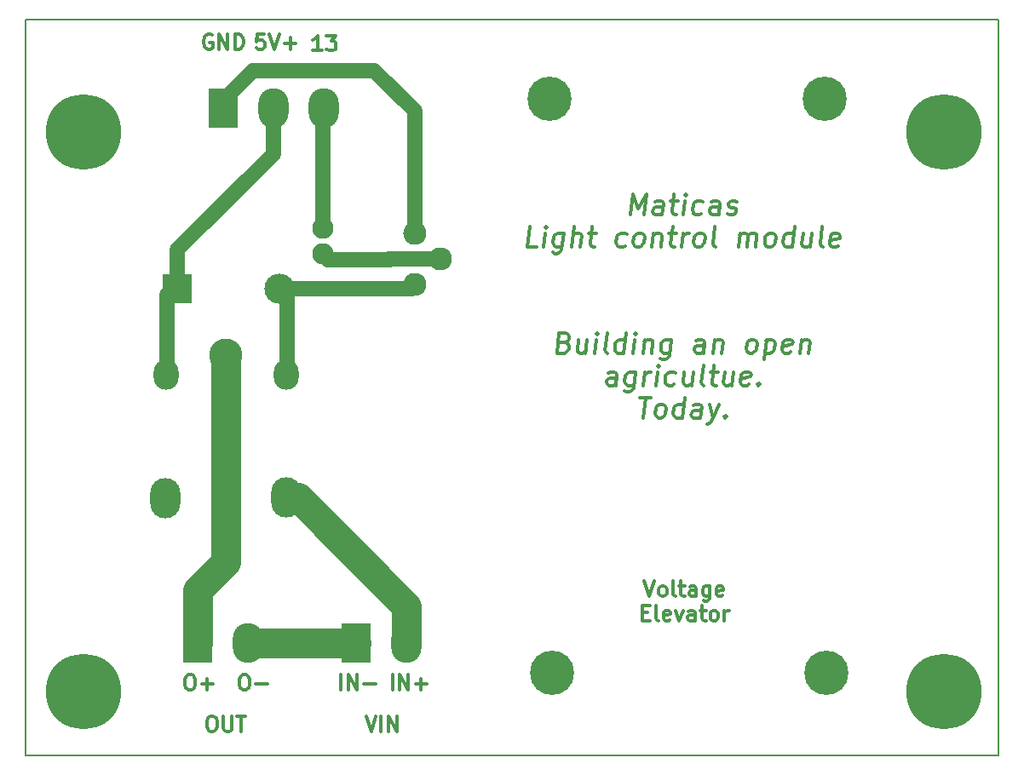
<source format=gbr>
%TF.GenerationSoftware,KiCad,Pcbnew,6.0.11+dfsg-1*%
%TF.CreationDate,2023-05-10T20:08:43-05:00*%
%TF.ProjectId,lights_control_v2,6c696768-7473-45f6-936f-6e74726f6c5f,rev?*%
%TF.SameCoordinates,Original*%
%TF.FileFunction,Copper,L1,Top*%
%TF.FilePolarity,Positive*%
%FSLAX46Y46*%
G04 Gerber Fmt 4.6, Leading zero omitted, Abs format (unit mm)*
G04 Created by KiCad (PCBNEW 6.0.11+dfsg-1) date 2023-05-10 20:08:43*
%MOMM*%
%LPD*%
G01*
G04 APERTURE LIST*
%ADD10C,0.300000*%
%TA.AperFunction,NonConductor*%
%ADD11C,0.300000*%
%TD*%
%TA.AperFunction,NonConductor*%
%ADD12C,0.200000*%
%TD*%
%TA.AperFunction,ComponentPad*%
%ADD13C,2.125000*%
%TD*%
%TA.AperFunction,ComponentPad*%
%ADD14O,2.125000X2.125000*%
%TD*%
%TA.AperFunction,ComponentPad*%
%ADD15O,2.300000X2.300000*%
%TD*%
%TA.AperFunction,ComponentPad*%
%ADD16O,3.000000X3.000000*%
%TD*%
%TA.AperFunction,ComponentPad*%
%ADD17R,3.000000X3.000000*%
%TD*%
%TA.AperFunction,ComponentPad*%
%ADD18R,3.000000X3.960000*%
%TD*%
%TA.AperFunction,ComponentPad*%
%ADD19O,3.000000X3.960000*%
%TD*%
%TA.AperFunction,ComponentPad*%
%ADD20C,7.500000*%
%TD*%
%TA.AperFunction,ComponentPad*%
%ADD21C,4.400000*%
%TD*%
%TA.AperFunction,ComponentPad*%
%ADD22C,3.300000*%
%TD*%
%TA.AperFunction,ComponentPad*%
%ADD23O,2.500000X3.000000*%
%TD*%
%TA.AperFunction,ComponentPad*%
%ADD24O,3.000000X4.000000*%
%TD*%
%TA.AperFunction,Conductor*%
%ADD25C,3.000000*%
%TD*%
%TA.AperFunction,Conductor*%
%ADD26C,1.500000*%
%TD*%
G04 APERTURE END LIST*
D10*
D11*
X123985714Y-114378571D02*
X123985714Y-112878571D01*
X124700000Y-114378571D02*
X124700000Y-112878571D01*
X125557142Y-114378571D01*
X125557142Y-112878571D01*
X126271428Y-113807142D02*
X127414285Y-113807142D01*
D10*
D11*
X114228571Y-112878571D02*
X114514285Y-112878571D01*
X114657142Y-112950000D01*
X114800000Y-113092857D01*
X114871428Y-113378571D01*
X114871428Y-113878571D01*
X114800000Y-114164285D01*
X114657142Y-114307142D01*
X114514285Y-114378571D01*
X114228571Y-114378571D01*
X114085714Y-114307142D01*
X113942857Y-114164285D01*
X113871428Y-113878571D01*
X113871428Y-113378571D01*
X113942857Y-113092857D01*
X114085714Y-112950000D01*
X114228571Y-112878571D01*
X115514285Y-113807142D02*
X116657142Y-113807142D01*
D10*
D11*
X108828571Y-112878571D02*
X109114285Y-112878571D01*
X109257142Y-112950000D01*
X109400000Y-113092857D01*
X109471428Y-113378571D01*
X109471428Y-113878571D01*
X109400000Y-114164285D01*
X109257142Y-114307142D01*
X109114285Y-114378571D01*
X108828571Y-114378571D01*
X108685714Y-114307142D01*
X108542857Y-114164285D01*
X108471428Y-113878571D01*
X108471428Y-113378571D01*
X108542857Y-113092857D01*
X108685714Y-112950000D01*
X108828571Y-112878571D01*
X110114285Y-113807142D02*
X111257142Y-113807142D01*
X110685714Y-114378571D02*
X110685714Y-113235714D01*
D10*
D11*
X129085714Y-114378571D02*
X129085714Y-112878571D01*
X129800000Y-114378571D02*
X129800000Y-112878571D01*
X130657142Y-114378571D01*
X130657142Y-112878571D01*
X131371428Y-113807142D02*
X132514285Y-113807142D01*
X131942857Y-114378571D02*
X131942857Y-113235714D01*
D12*
X189300000Y-120900000D02*
X92600000Y-120900000D01*
X92600000Y-120900000D02*
X92600000Y-47700000D01*
X92600000Y-47700000D02*
X189300000Y-47700000D01*
X189300000Y-47700000D02*
X189300000Y-120900000D01*
D10*
D11*
X126457142Y-116978571D02*
X126957142Y-118478571D01*
X127457142Y-116978571D01*
X127957142Y-118478571D02*
X127957142Y-116978571D01*
X128671428Y-118478571D02*
X128671428Y-116978571D01*
X129528571Y-118478571D01*
X129528571Y-116978571D01*
D10*
D11*
X111000000Y-116978571D02*
X111285714Y-116978571D01*
X111428571Y-117050000D01*
X111571428Y-117192857D01*
X111642857Y-117478571D01*
X111642857Y-117978571D01*
X111571428Y-118264285D01*
X111428571Y-118407142D01*
X111285714Y-118478571D01*
X111000000Y-118478571D01*
X110857142Y-118407142D01*
X110714285Y-118264285D01*
X110642857Y-117978571D01*
X110642857Y-117478571D01*
X110714285Y-117192857D01*
X110857142Y-117050000D01*
X111000000Y-116978571D01*
X112285714Y-116978571D02*
X112285714Y-118192857D01*
X112357142Y-118335714D01*
X112428571Y-118407142D01*
X112571428Y-118478571D01*
X112857142Y-118478571D01*
X113000000Y-118407142D01*
X113071428Y-118335714D01*
X113142857Y-118192857D01*
X113142857Y-116978571D01*
X113642857Y-116978571D02*
X114500000Y-116978571D01*
X114071428Y-118478571D02*
X114071428Y-116978571D01*
D10*
D11*
X122044285Y-50808571D02*
X121187142Y-50808571D01*
X121615714Y-50808571D02*
X121615714Y-49308571D01*
X121472857Y-49522857D01*
X121330000Y-49665714D01*
X121187142Y-49737142D01*
X122544285Y-49308571D02*
X123472857Y-49308571D01*
X122972857Y-49880000D01*
X123187142Y-49880000D01*
X123330000Y-49951428D01*
X123401428Y-50022857D01*
X123472857Y-50165714D01*
X123472857Y-50522857D01*
X123401428Y-50665714D01*
X123330000Y-50737142D01*
X123187142Y-50808571D01*
X122758571Y-50808571D01*
X122615714Y-50737142D01*
X122544285Y-50665714D01*
D10*
D11*
X146204464Y-79837142D02*
X146478273Y-79932380D01*
X146561607Y-80027619D01*
X146633035Y-80218095D01*
X146597321Y-80503809D01*
X146478273Y-80694285D01*
X146371130Y-80789523D01*
X146168750Y-80884761D01*
X145406845Y-80884761D01*
X145656845Y-78884761D01*
X146323511Y-78884761D01*
X146502083Y-78980000D01*
X146585416Y-79075238D01*
X146656845Y-79265714D01*
X146633035Y-79456190D01*
X146513988Y-79646666D01*
X146406845Y-79741904D01*
X146204464Y-79837142D01*
X145537797Y-79837142D01*
X148430654Y-79551428D02*
X148263988Y-80884761D01*
X147573511Y-79551428D02*
X147442559Y-80599047D01*
X147513988Y-80789523D01*
X147692559Y-80884761D01*
X147978273Y-80884761D01*
X148180654Y-80789523D01*
X148287797Y-80694285D01*
X149216369Y-80884761D02*
X149383035Y-79551428D01*
X149466369Y-78884761D02*
X149359226Y-78980000D01*
X149442559Y-79075238D01*
X149549702Y-78980000D01*
X149466369Y-78884761D01*
X149442559Y-79075238D01*
X150454464Y-80884761D02*
X150275892Y-80789523D01*
X150204464Y-80599047D01*
X150418750Y-78884761D01*
X152073511Y-80884761D02*
X152323511Y-78884761D01*
X152085416Y-80789523D02*
X151883035Y-80884761D01*
X151502083Y-80884761D01*
X151323511Y-80789523D01*
X151240178Y-80694285D01*
X151168750Y-80503809D01*
X151240178Y-79932380D01*
X151359226Y-79741904D01*
X151466369Y-79646666D01*
X151668750Y-79551428D01*
X152049702Y-79551428D01*
X152228273Y-79646666D01*
X153025892Y-80884761D02*
X153192559Y-79551428D01*
X153275892Y-78884761D02*
X153168750Y-78980000D01*
X153252083Y-79075238D01*
X153359226Y-78980000D01*
X153275892Y-78884761D01*
X153252083Y-79075238D01*
X154144940Y-79551428D02*
X153978273Y-80884761D01*
X154121130Y-79741904D02*
X154228273Y-79646666D01*
X154430654Y-79551428D01*
X154716369Y-79551428D01*
X154894940Y-79646666D01*
X154966369Y-79837142D01*
X154835416Y-80884761D01*
X156811607Y-79551428D02*
X156609226Y-81170476D01*
X156490178Y-81360952D01*
X156383035Y-81456190D01*
X156180654Y-81551428D01*
X155894940Y-81551428D01*
X155716369Y-81456190D01*
X156656845Y-80789523D02*
X156454464Y-80884761D01*
X156073511Y-80884761D01*
X155894940Y-80789523D01*
X155811607Y-80694285D01*
X155740178Y-80503809D01*
X155811607Y-79932380D01*
X155930654Y-79741904D01*
X156037797Y-79646666D01*
X156240178Y-79551428D01*
X156621130Y-79551428D01*
X156799702Y-79646666D01*
X159978273Y-80884761D02*
X160109226Y-79837142D01*
X160037797Y-79646666D01*
X159859226Y-79551428D01*
X159478273Y-79551428D01*
X159275892Y-79646666D01*
X159990178Y-80789523D02*
X159787797Y-80884761D01*
X159311607Y-80884761D01*
X159133035Y-80789523D01*
X159061607Y-80599047D01*
X159085416Y-80408571D01*
X159204464Y-80218095D01*
X159406845Y-80122857D01*
X159883035Y-80122857D01*
X160085416Y-80027619D01*
X161097321Y-79551428D02*
X160930654Y-80884761D01*
X161073511Y-79741904D02*
X161180654Y-79646666D01*
X161383035Y-79551428D01*
X161668750Y-79551428D01*
X161847321Y-79646666D01*
X161918750Y-79837142D01*
X161787797Y-80884761D01*
X164549702Y-80884761D02*
X164371130Y-80789523D01*
X164287797Y-80694285D01*
X164216369Y-80503809D01*
X164287797Y-79932380D01*
X164406845Y-79741904D01*
X164513988Y-79646666D01*
X164716369Y-79551428D01*
X165002083Y-79551428D01*
X165180654Y-79646666D01*
X165263988Y-79741904D01*
X165335416Y-79932380D01*
X165263988Y-80503809D01*
X165144940Y-80694285D01*
X165037797Y-80789523D01*
X164835416Y-80884761D01*
X164549702Y-80884761D01*
X166240178Y-79551428D02*
X165990178Y-81551428D01*
X166228273Y-79646666D02*
X166430654Y-79551428D01*
X166811607Y-79551428D01*
X166990178Y-79646666D01*
X167073511Y-79741904D01*
X167144940Y-79932380D01*
X167073511Y-80503809D01*
X166954464Y-80694285D01*
X166847321Y-80789523D01*
X166644940Y-80884761D01*
X166263988Y-80884761D01*
X166085416Y-80789523D01*
X168656845Y-80789523D02*
X168454464Y-80884761D01*
X168073511Y-80884761D01*
X167894940Y-80789523D01*
X167823511Y-80599047D01*
X167918750Y-79837142D01*
X168037797Y-79646666D01*
X168240178Y-79551428D01*
X168621130Y-79551428D01*
X168799702Y-79646666D01*
X168871130Y-79837142D01*
X168847321Y-80027619D01*
X167871130Y-80218095D01*
X169763988Y-79551428D02*
X169597321Y-80884761D01*
X169740178Y-79741904D02*
X169847321Y-79646666D01*
X170049702Y-79551428D01*
X170335416Y-79551428D01*
X170513988Y-79646666D01*
X170585416Y-79837142D01*
X170454464Y-80884761D01*
X151263988Y-84104761D02*
X151394940Y-83057142D01*
X151323511Y-82866666D01*
X151144940Y-82771428D01*
X150763988Y-82771428D01*
X150561607Y-82866666D01*
X151275892Y-84009523D02*
X151073511Y-84104761D01*
X150597321Y-84104761D01*
X150418750Y-84009523D01*
X150347321Y-83819047D01*
X150371130Y-83628571D01*
X150490178Y-83438095D01*
X150692559Y-83342857D01*
X151168750Y-83342857D01*
X151371130Y-83247619D01*
X153240178Y-82771428D02*
X153037797Y-84390476D01*
X152918750Y-84580952D01*
X152811607Y-84676190D01*
X152609226Y-84771428D01*
X152323511Y-84771428D01*
X152144940Y-84676190D01*
X153085416Y-84009523D02*
X152883035Y-84104761D01*
X152502083Y-84104761D01*
X152323511Y-84009523D01*
X152240178Y-83914285D01*
X152168750Y-83723809D01*
X152240178Y-83152380D01*
X152359226Y-82961904D01*
X152466369Y-82866666D01*
X152668750Y-82771428D01*
X153049702Y-82771428D01*
X153228273Y-82866666D01*
X154025892Y-84104761D02*
X154192559Y-82771428D01*
X154144940Y-83152380D02*
X154263988Y-82961904D01*
X154371130Y-82866666D01*
X154573511Y-82771428D01*
X154763988Y-82771428D01*
X155263988Y-84104761D02*
X155430654Y-82771428D01*
X155513988Y-82104761D02*
X155406845Y-82200000D01*
X155490178Y-82295238D01*
X155597321Y-82200000D01*
X155513988Y-82104761D01*
X155490178Y-82295238D01*
X157085416Y-84009523D02*
X156883035Y-84104761D01*
X156502083Y-84104761D01*
X156323511Y-84009523D01*
X156240178Y-83914285D01*
X156168750Y-83723809D01*
X156240178Y-83152380D01*
X156359226Y-82961904D01*
X156466369Y-82866666D01*
X156668750Y-82771428D01*
X157049702Y-82771428D01*
X157228273Y-82866666D01*
X158954464Y-82771428D02*
X158787797Y-84104761D01*
X158097321Y-82771428D02*
X157966369Y-83819047D01*
X158037797Y-84009523D01*
X158216369Y-84104761D01*
X158502083Y-84104761D01*
X158704464Y-84009523D01*
X158811607Y-83914285D01*
X160025892Y-84104761D02*
X159847321Y-84009523D01*
X159775892Y-83819047D01*
X159990178Y-82104761D01*
X160668750Y-82771428D02*
X161430654Y-82771428D01*
X161037797Y-82104761D02*
X160823511Y-83819047D01*
X160894940Y-84009523D01*
X161073511Y-84104761D01*
X161263988Y-84104761D01*
X162954464Y-82771428D02*
X162787797Y-84104761D01*
X162097321Y-82771428D02*
X161966369Y-83819047D01*
X162037797Y-84009523D01*
X162216369Y-84104761D01*
X162502083Y-84104761D01*
X162704464Y-84009523D01*
X162811607Y-83914285D01*
X164513988Y-84009523D02*
X164311607Y-84104761D01*
X163930654Y-84104761D01*
X163752083Y-84009523D01*
X163680654Y-83819047D01*
X163775892Y-83057142D01*
X163894940Y-82866666D01*
X164097321Y-82771428D01*
X164478273Y-82771428D01*
X164656845Y-82866666D01*
X164728273Y-83057142D01*
X164704464Y-83247619D01*
X163728273Y-83438095D01*
X165478273Y-83914285D02*
X165561607Y-84009523D01*
X165454464Y-84104761D01*
X165371130Y-84009523D01*
X165478273Y-83914285D01*
X165454464Y-84104761D01*
X153656845Y-85324761D02*
X154799702Y-85324761D01*
X153978273Y-87324761D02*
X154228273Y-85324761D01*
X155502083Y-87324761D02*
X155323511Y-87229523D01*
X155240178Y-87134285D01*
X155168750Y-86943809D01*
X155240178Y-86372380D01*
X155359226Y-86181904D01*
X155466369Y-86086666D01*
X155668750Y-85991428D01*
X155954464Y-85991428D01*
X156133035Y-86086666D01*
X156216369Y-86181904D01*
X156287797Y-86372380D01*
X156216369Y-86943809D01*
X156097321Y-87134285D01*
X155990178Y-87229523D01*
X155787797Y-87324761D01*
X155502083Y-87324761D01*
X157883035Y-87324761D02*
X158133035Y-85324761D01*
X157894940Y-87229523D02*
X157692559Y-87324761D01*
X157311607Y-87324761D01*
X157133035Y-87229523D01*
X157049702Y-87134285D01*
X156978273Y-86943809D01*
X157049702Y-86372380D01*
X157168750Y-86181904D01*
X157275892Y-86086666D01*
X157478273Y-85991428D01*
X157859226Y-85991428D01*
X158037797Y-86086666D01*
X159692559Y-87324761D02*
X159823511Y-86277142D01*
X159752083Y-86086666D01*
X159573511Y-85991428D01*
X159192559Y-85991428D01*
X158990178Y-86086666D01*
X159704464Y-87229523D02*
X159502083Y-87324761D01*
X159025892Y-87324761D01*
X158847321Y-87229523D01*
X158775892Y-87039047D01*
X158799702Y-86848571D01*
X158918750Y-86658095D01*
X159121130Y-86562857D01*
X159597321Y-86562857D01*
X159799702Y-86467619D01*
X160621130Y-85991428D02*
X160930654Y-87324761D01*
X161573511Y-85991428D02*
X160930654Y-87324761D01*
X160680654Y-87800952D01*
X160573511Y-87896190D01*
X160371130Y-87991428D01*
X162192559Y-87134285D02*
X162275892Y-87229523D01*
X162168750Y-87324761D01*
X162085416Y-87229523D01*
X162192559Y-87134285D01*
X162168750Y-87324761D01*
D10*
D11*
X111147142Y-49270000D02*
X111004285Y-49198571D01*
X110790000Y-49198571D01*
X110575714Y-49270000D01*
X110432857Y-49412857D01*
X110361428Y-49555714D01*
X110290000Y-49841428D01*
X110290000Y-50055714D01*
X110361428Y-50341428D01*
X110432857Y-50484285D01*
X110575714Y-50627142D01*
X110790000Y-50698571D01*
X110932857Y-50698571D01*
X111147142Y-50627142D01*
X111218571Y-50555714D01*
X111218571Y-50055714D01*
X110932857Y-50055714D01*
X111861428Y-50698571D02*
X111861428Y-49198571D01*
X112718571Y-50698571D01*
X112718571Y-49198571D01*
X113432857Y-50698571D02*
X113432857Y-49198571D01*
X113790000Y-49198571D01*
X114004285Y-49270000D01*
X114147142Y-49412857D01*
X114218571Y-49555714D01*
X114290000Y-49841428D01*
X114290000Y-50055714D01*
X114218571Y-50341428D01*
X114147142Y-50484285D01*
X114004285Y-50627142D01*
X113790000Y-50698571D01*
X113432857Y-50698571D01*
D10*
D11*
X152740178Y-67094761D02*
X152990178Y-65094761D01*
X153478273Y-66523333D01*
X154323511Y-65094761D01*
X154073511Y-67094761D01*
X155883035Y-67094761D02*
X156013988Y-66047142D01*
X155942559Y-65856666D01*
X155763988Y-65761428D01*
X155383035Y-65761428D01*
X155180654Y-65856666D01*
X155894940Y-66999523D02*
X155692559Y-67094761D01*
X155216369Y-67094761D01*
X155037797Y-66999523D01*
X154966369Y-66809047D01*
X154990178Y-66618571D01*
X155109226Y-66428095D01*
X155311607Y-66332857D01*
X155787797Y-66332857D01*
X155990178Y-66237619D01*
X156716369Y-65761428D02*
X157478273Y-65761428D01*
X157085416Y-65094761D02*
X156871130Y-66809047D01*
X156942559Y-66999523D01*
X157121130Y-67094761D01*
X157311607Y-67094761D01*
X157978273Y-67094761D02*
X158144940Y-65761428D01*
X158228273Y-65094761D02*
X158121130Y-65190000D01*
X158204464Y-65285238D01*
X158311607Y-65190000D01*
X158228273Y-65094761D01*
X158204464Y-65285238D01*
X159799702Y-66999523D02*
X159597321Y-67094761D01*
X159216369Y-67094761D01*
X159037797Y-66999523D01*
X158954464Y-66904285D01*
X158883035Y-66713809D01*
X158954464Y-66142380D01*
X159073511Y-65951904D01*
X159180654Y-65856666D01*
X159383035Y-65761428D01*
X159763988Y-65761428D01*
X159942559Y-65856666D01*
X161502083Y-67094761D02*
X161633035Y-66047142D01*
X161561607Y-65856666D01*
X161383035Y-65761428D01*
X161002083Y-65761428D01*
X160799702Y-65856666D01*
X161513988Y-66999523D02*
X161311607Y-67094761D01*
X160835416Y-67094761D01*
X160656845Y-66999523D01*
X160585416Y-66809047D01*
X160609226Y-66618571D01*
X160728273Y-66428095D01*
X160930654Y-66332857D01*
X161406845Y-66332857D01*
X161609226Y-66237619D01*
X162371130Y-66999523D02*
X162549702Y-67094761D01*
X162930654Y-67094761D01*
X163133035Y-66999523D01*
X163252083Y-66809047D01*
X163263988Y-66713809D01*
X163192559Y-66523333D01*
X163013988Y-66428095D01*
X162728273Y-66428095D01*
X162549702Y-66332857D01*
X162478273Y-66142380D01*
X162490178Y-66047142D01*
X162609226Y-65856666D01*
X162811607Y-65761428D01*
X163097321Y-65761428D01*
X163275892Y-65856666D01*
X143454464Y-70314761D02*
X142502083Y-70314761D01*
X142752083Y-68314761D01*
X144121130Y-70314761D02*
X144287797Y-68981428D01*
X144371130Y-68314761D02*
X144263988Y-68410000D01*
X144347321Y-68505238D01*
X144454464Y-68410000D01*
X144371130Y-68314761D01*
X144347321Y-68505238D01*
X146097321Y-68981428D02*
X145894940Y-70600476D01*
X145775892Y-70790952D01*
X145668750Y-70886190D01*
X145466369Y-70981428D01*
X145180654Y-70981428D01*
X145002083Y-70886190D01*
X145942559Y-70219523D02*
X145740178Y-70314761D01*
X145359226Y-70314761D01*
X145180654Y-70219523D01*
X145097321Y-70124285D01*
X145025892Y-69933809D01*
X145097321Y-69362380D01*
X145216369Y-69171904D01*
X145323511Y-69076666D01*
X145525892Y-68981428D01*
X145906845Y-68981428D01*
X146085416Y-69076666D01*
X146883035Y-70314761D02*
X147133035Y-68314761D01*
X147740178Y-70314761D02*
X147871130Y-69267142D01*
X147799702Y-69076666D01*
X147621130Y-68981428D01*
X147335416Y-68981428D01*
X147133035Y-69076666D01*
X147025892Y-69171904D01*
X148573511Y-68981428D02*
X149335416Y-68981428D01*
X148942559Y-68314761D02*
X148728273Y-70029047D01*
X148799702Y-70219523D01*
X148978273Y-70314761D01*
X149168750Y-70314761D01*
X152228273Y-70219523D02*
X152025892Y-70314761D01*
X151644940Y-70314761D01*
X151466369Y-70219523D01*
X151383035Y-70124285D01*
X151311607Y-69933809D01*
X151383035Y-69362380D01*
X151502083Y-69171904D01*
X151609226Y-69076666D01*
X151811607Y-68981428D01*
X152192559Y-68981428D01*
X152371130Y-69076666D01*
X153359226Y-70314761D02*
X153180654Y-70219523D01*
X153097321Y-70124285D01*
X153025892Y-69933809D01*
X153097321Y-69362380D01*
X153216369Y-69171904D01*
X153323511Y-69076666D01*
X153525892Y-68981428D01*
X153811607Y-68981428D01*
X153990178Y-69076666D01*
X154073511Y-69171904D01*
X154144940Y-69362380D01*
X154073511Y-69933809D01*
X153954464Y-70124285D01*
X153847321Y-70219523D01*
X153644940Y-70314761D01*
X153359226Y-70314761D01*
X155049702Y-68981428D02*
X154883035Y-70314761D01*
X155025892Y-69171904D02*
X155133035Y-69076666D01*
X155335416Y-68981428D01*
X155621130Y-68981428D01*
X155799702Y-69076666D01*
X155871130Y-69267142D01*
X155740178Y-70314761D01*
X156573511Y-68981428D02*
X157335416Y-68981428D01*
X156942559Y-68314761D02*
X156728273Y-70029047D01*
X156799702Y-70219523D01*
X156978273Y-70314761D01*
X157168750Y-70314761D01*
X157835416Y-70314761D02*
X158002083Y-68981428D01*
X157954464Y-69362380D02*
X158073511Y-69171904D01*
X158180654Y-69076666D01*
X158383035Y-68981428D01*
X158573511Y-68981428D01*
X159359226Y-70314761D02*
X159180654Y-70219523D01*
X159097321Y-70124285D01*
X159025892Y-69933809D01*
X159097321Y-69362380D01*
X159216369Y-69171904D01*
X159323511Y-69076666D01*
X159525892Y-68981428D01*
X159811607Y-68981428D01*
X159990178Y-69076666D01*
X160073511Y-69171904D01*
X160144940Y-69362380D01*
X160073511Y-69933809D01*
X159954464Y-70124285D01*
X159847321Y-70219523D01*
X159644940Y-70314761D01*
X159359226Y-70314761D01*
X161168750Y-70314761D02*
X160990178Y-70219523D01*
X160918750Y-70029047D01*
X161133035Y-68314761D01*
X163454464Y-70314761D02*
X163621130Y-68981428D01*
X163597321Y-69171904D02*
X163704464Y-69076666D01*
X163906845Y-68981428D01*
X164192559Y-68981428D01*
X164371130Y-69076666D01*
X164442559Y-69267142D01*
X164311607Y-70314761D01*
X164442559Y-69267142D02*
X164561607Y-69076666D01*
X164763988Y-68981428D01*
X165049702Y-68981428D01*
X165228273Y-69076666D01*
X165299702Y-69267142D01*
X165168750Y-70314761D01*
X166406845Y-70314761D02*
X166228273Y-70219523D01*
X166144940Y-70124285D01*
X166073511Y-69933809D01*
X166144940Y-69362380D01*
X166263988Y-69171904D01*
X166371130Y-69076666D01*
X166573511Y-68981428D01*
X166859226Y-68981428D01*
X167037797Y-69076666D01*
X167121130Y-69171904D01*
X167192559Y-69362380D01*
X167121130Y-69933809D01*
X167002083Y-70124285D01*
X166894940Y-70219523D01*
X166692559Y-70314761D01*
X166406845Y-70314761D01*
X168787797Y-70314761D02*
X169037797Y-68314761D01*
X168799702Y-70219523D02*
X168597321Y-70314761D01*
X168216369Y-70314761D01*
X168037797Y-70219523D01*
X167954464Y-70124285D01*
X167883035Y-69933809D01*
X167954464Y-69362380D01*
X168073511Y-69171904D01*
X168180654Y-69076666D01*
X168383035Y-68981428D01*
X168763988Y-68981428D01*
X168942559Y-69076666D01*
X170763988Y-68981428D02*
X170597321Y-70314761D01*
X169906845Y-68981428D02*
X169775892Y-70029047D01*
X169847321Y-70219523D01*
X170025892Y-70314761D01*
X170311607Y-70314761D01*
X170513988Y-70219523D01*
X170621130Y-70124285D01*
X171835416Y-70314761D02*
X171656845Y-70219523D01*
X171585416Y-70029047D01*
X171799702Y-68314761D01*
X173371130Y-70219523D02*
X173168750Y-70314761D01*
X172787797Y-70314761D01*
X172609226Y-70219523D01*
X172537797Y-70029047D01*
X172633035Y-69267142D01*
X172752083Y-69076666D01*
X172954464Y-68981428D01*
X173335416Y-68981428D01*
X173513988Y-69076666D01*
X173585416Y-69267142D01*
X173561607Y-69457619D01*
X172585416Y-69648095D01*
D10*
D11*
X116335714Y-49198571D02*
X115621428Y-49198571D01*
X115550000Y-49912857D01*
X115621428Y-49841428D01*
X115764285Y-49770000D01*
X116121428Y-49770000D01*
X116264285Y-49841428D01*
X116335714Y-49912857D01*
X116407142Y-50055714D01*
X116407142Y-50412857D01*
X116335714Y-50555714D01*
X116264285Y-50627142D01*
X116121428Y-50698571D01*
X115764285Y-50698571D01*
X115621428Y-50627142D01*
X115550000Y-50555714D01*
X116835714Y-49198571D02*
X117335714Y-50698571D01*
X117835714Y-49198571D01*
X118335714Y-50127142D02*
X119478571Y-50127142D01*
X118907142Y-50698571D02*
X118907142Y-49555714D01*
D10*
D11*
X154120000Y-103571071D02*
X154620000Y-105071071D01*
X155120000Y-103571071D01*
X155834285Y-105071071D02*
X155691428Y-104999642D01*
X155620000Y-104928214D01*
X155548571Y-104785357D01*
X155548571Y-104356785D01*
X155620000Y-104213928D01*
X155691428Y-104142500D01*
X155834285Y-104071071D01*
X156048571Y-104071071D01*
X156191428Y-104142500D01*
X156262857Y-104213928D01*
X156334285Y-104356785D01*
X156334285Y-104785357D01*
X156262857Y-104928214D01*
X156191428Y-104999642D01*
X156048571Y-105071071D01*
X155834285Y-105071071D01*
X157191428Y-105071071D02*
X157048571Y-104999642D01*
X156977142Y-104856785D01*
X156977142Y-103571071D01*
X157548571Y-104071071D02*
X158120000Y-104071071D01*
X157762857Y-103571071D02*
X157762857Y-104856785D01*
X157834285Y-104999642D01*
X157977142Y-105071071D01*
X158120000Y-105071071D01*
X159262857Y-105071071D02*
X159262857Y-104285357D01*
X159191428Y-104142500D01*
X159048571Y-104071071D01*
X158762857Y-104071071D01*
X158620000Y-104142500D01*
X159262857Y-104999642D02*
X159120000Y-105071071D01*
X158762857Y-105071071D01*
X158620000Y-104999642D01*
X158548571Y-104856785D01*
X158548571Y-104713928D01*
X158620000Y-104571071D01*
X158762857Y-104499642D01*
X159120000Y-104499642D01*
X159262857Y-104428214D01*
X160620000Y-104071071D02*
X160620000Y-105285357D01*
X160548571Y-105428214D01*
X160477142Y-105499642D01*
X160334285Y-105571071D01*
X160120000Y-105571071D01*
X159977142Y-105499642D01*
X160620000Y-104999642D02*
X160477142Y-105071071D01*
X160191428Y-105071071D01*
X160048571Y-104999642D01*
X159977142Y-104928214D01*
X159905714Y-104785357D01*
X159905714Y-104356785D01*
X159977142Y-104213928D01*
X160048571Y-104142500D01*
X160191428Y-104071071D01*
X160477142Y-104071071D01*
X160620000Y-104142500D01*
X161905714Y-104999642D02*
X161762857Y-105071071D01*
X161477142Y-105071071D01*
X161334285Y-104999642D01*
X161262857Y-104856785D01*
X161262857Y-104285357D01*
X161334285Y-104142500D01*
X161477142Y-104071071D01*
X161762857Y-104071071D01*
X161905714Y-104142500D01*
X161977142Y-104285357D01*
X161977142Y-104428214D01*
X161262857Y-104571071D01*
X153941428Y-106700357D02*
X154441428Y-106700357D01*
X154655714Y-107486071D02*
X153941428Y-107486071D01*
X153941428Y-105986071D01*
X154655714Y-105986071D01*
X155512857Y-107486071D02*
X155370000Y-107414642D01*
X155298571Y-107271785D01*
X155298571Y-105986071D01*
X156655714Y-107414642D02*
X156512857Y-107486071D01*
X156227142Y-107486071D01*
X156084285Y-107414642D01*
X156012857Y-107271785D01*
X156012857Y-106700357D01*
X156084285Y-106557500D01*
X156227142Y-106486071D01*
X156512857Y-106486071D01*
X156655714Y-106557500D01*
X156727142Y-106700357D01*
X156727142Y-106843214D01*
X156012857Y-106986071D01*
X157227142Y-106486071D02*
X157584285Y-107486071D01*
X157941428Y-106486071D01*
X159155714Y-107486071D02*
X159155714Y-106700357D01*
X159084285Y-106557500D01*
X158941428Y-106486071D01*
X158655714Y-106486071D01*
X158512857Y-106557500D01*
X159155714Y-107414642D02*
X159012857Y-107486071D01*
X158655714Y-107486071D01*
X158512857Y-107414642D01*
X158441428Y-107271785D01*
X158441428Y-107128928D01*
X158512857Y-106986071D01*
X158655714Y-106914642D01*
X159012857Y-106914642D01*
X159155714Y-106843214D01*
X159655714Y-106486071D02*
X160227142Y-106486071D01*
X159870000Y-105986071D02*
X159870000Y-107271785D01*
X159941428Y-107414642D01*
X160084285Y-107486071D01*
X160227142Y-107486071D01*
X160941428Y-107486071D02*
X160798571Y-107414642D01*
X160727142Y-107343214D01*
X160655714Y-107200357D01*
X160655714Y-106771785D01*
X160727142Y-106628928D01*
X160798571Y-106557500D01*
X160941428Y-106486071D01*
X161155714Y-106486071D01*
X161298571Y-106557500D01*
X161370000Y-106628928D01*
X161441428Y-106771785D01*
X161441428Y-107200357D01*
X161370000Y-107343214D01*
X161298571Y-107414642D01*
X161155714Y-107486071D01*
X160941428Y-107486071D01*
X162084285Y-107486071D02*
X162084285Y-106486071D01*
X162084285Y-106771785D02*
X162155714Y-106628928D01*
X162227142Y-106557500D01*
X162370000Y-106486071D01*
X162512857Y-106486071D01*
D13*
%TO.P,R1,1*%
%TO.N,3.3V SIG*%
X122160000Y-68500000D03*
D14*
%TO.P,R1,2*%
%TO.N,Net-(Q1-Pad2)*%
X122160000Y-71040000D03*
%TD*%
D15*
%TO.P,Q1,1,E*%
%TO.N,GND5V*%
X131330000Y-69020000D03*
%TO.P,Q1,2,B*%
%TO.N,Net-(Q1-Pad2)*%
X133870000Y-71560000D03*
%TO.P,Q1,3,C*%
%TO.N,Net-(K_LIGHTS1-Pad2)*%
X131330000Y-74100000D03*
%TD*%
D16*
%TO.P,D1,2,A*%
%TO.N,Net-(K_LIGHTS1-Pad2)*%
X117880000Y-74460000D03*
D17*
%TO.P,D1,1,K*%
%TO.N,5V+*%
X107720000Y-74460000D03*
%TD*%
D18*
%TO.P,J_LOAD1,1,Pin_1*%
%TO.N,GND LOAD*%
X125500000Y-109700000D03*
D19*
%TO.P,J_LOAD1,2,Pin_2*%
%TO.N,Normally O*%
X130500000Y-109700000D03*
%TD*%
D18*
%TO.P,J_LOAD2,1,Pin_1*%
%TO.N,LOAD IN*%
X109735000Y-109700000D03*
D19*
%TO.P,J_LOAD2,2,Pin_2*%
%TO.N,GND LOAD*%
X114735000Y-109700000D03*
%TD*%
D18*
%TO.P,J1,1,Pin_1*%
%TO.N,GND5V*%
X112240000Y-56540000D03*
D19*
%TO.P,J1,2,Pin_2*%
%TO.N,5V+*%
X117240000Y-56540000D03*
%TO.P,J1,3,Pin_3*%
%TO.N,3.3V SIG*%
X122240000Y-56540000D03*
%TD*%
D20*
%TO.P,H4,1*%
%TO.N,N/C*%
X98400000Y-58900000D03*
%TD*%
D21*
%TO.P,H6,1*%
%TO.N,N/C*%
X144720000Y-55600000D03*
%TD*%
%TO.P,H5,1*%
%TO.N,N/C*%
X172200000Y-112700000D03*
%TD*%
D22*
%TO.P,K_LIGHTS1,1*%
%TO.N,LOAD IN*%
X112500000Y-81100000D03*
D23*
%TO.P,K_LIGHTS1,2*%
%TO.N,Net-(K_LIGHTS1-Pad2)*%
X118550000Y-83050000D03*
D24*
%TO.P,K_LIGHTS1,3*%
%TO.N,Normally O*%
X118550000Y-95250000D03*
%TO.P,K_LIGHTS1,4*%
%TO.N,Normally C*%
X106500000Y-95300000D03*
D23*
%TO.P,K_LIGHTS1,5*%
%TO.N,5V+*%
X106550000Y-83050000D03*
%TD*%
D21*
%TO.P,H7,1*%
%TO.N,N/C*%
X172000000Y-55600000D03*
%TD*%
D20*
%TO.P,H2,1*%
%TO.N,N/C*%
X183900000Y-58900000D03*
%TD*%
%TO.P,H3,1*%
%TO.N,N/C*%
X183900000Y-114500000D03*
%TD*%
%TO.P,H1,1*%
%TO.N,N/C*%
X98400000Y-114500000D03*
%TD*%
D21*
%TO.P,H4,1*%
%TO.N,N/C*%
X144920000Y-112700000D03*
%TD*%
D25*
%TO.N,Normally O*%
X118550000Y-95250000D02*
X119680000Y-95250000D01*
X119680000Y-95250000D02*
X130500000Y-106070000D01*
X130500000Y-106070000D02*
X130500000Y-109700000D01*
%TO.N,LOAD IN*%
X112500000Y-81100000D02*
X112500000Y-101690000D01*
X112500000Y-101690000D02*
X109735000Y-104455000D01*
X109735000Y-104455000D02*
X109735000Y-109700000D01*
D26*
%TO.N,Net-(Q1-Pad2)*%
X128750000Y-71580000D02*
X128770000Y-71560000D01*
X128770000Y-71560000D02*
X133870000Y-71560000D01*
%TO.N,Net-(K_LIGHTS1-Pad2)*%
X131290000Y-74120000D02*
X130950000Y-74460000D01*
X130950000Y-74460000D02*
X117690000Y-74460000D01*
X117690000Y-74460000D02*
X118650000Y-75420000D01*
X118650000Y-75420000D02*
X118650000Y-83050000D01*
%TO.N,5V+*%
X117240000Y-56540000D02*
X117240000Y-61110000D01*
X107310000Y-74460000D02*
X106650000Y-75120000D01*
X117240000Y-61110000D02*
X107720000Y-70630000D01*
X107720000Y-70630000D02*
X107720000Y-74460000D01*
X107720000Y-74460000D02*
X107310000Y-74460000D01*
X106650000Y-75120000D02*
X106650000Y-83050000D01*
%TO.N,GND5V*%
X115220000Y-52800000D02*
X112240000Y-55780000D01*
X131290000Y-69040000D02*
X131290000Y-56810000D01*
%TO.N,3.3V SIG*%
X122160000Y-68520000D02*
X122160000Y-56620000D01*
%TO.N,GND5V*%
X112240000Y-55780000D02*
X112240000Y-56540000D01*
%TO.N,Net-(Q1-Pad2)*%
X122680000Y-71580000D02*
X122160000Y-71060000D01*
X128750000Y-71580000D02*
X122680000Y-71580000D01*
%TO.N,3.3V SIG*%
X122160000Y-56620000D02*
X122240000Y-56540000D01*
D25*
%TO.N,GND LOAD*%
X114735000Y-109700000D02*
X125500000Y-109700000D01*
D26*
%TO.N,GND5V*%
X131290000Y-56810000D02*
X127280000Y-52800000D01*
X127280000Y-52800000D02*
X115220000Y-52800000D01*
%TD*%
M02*

</source>
